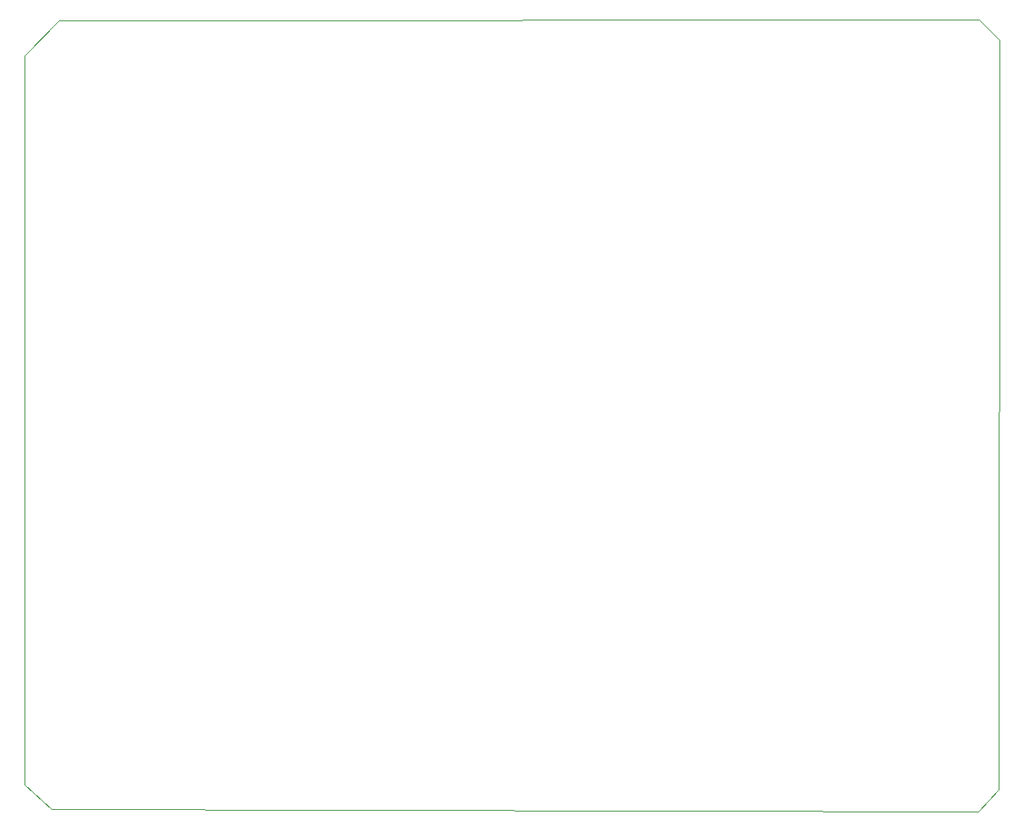
<source format=gm1>
%TF.GenerationSoftware,KiCad,Pcbnew,9.0.0*%
%TF.CreationDate,2026-01-24T21:54:58+01:00*%
%TF.ProjectId,MashMachine V2.0,4d617368-4d61-4636-9869-6e652056322e,rev?*%
%TF.SameCoordinates,Original*%
%TF.FileFunction,Profile,NP*%
%FSLAX46Y46*%
G04 Gerber Fmt 4.6, Leading zero omitted, Abs format (unit mm)*
G04 Created by KiCad (PCBNEW 9.0.0) date 2026-01-24 21:54:58*
%MOMM*%
%LPD*%
G01*
G04 APERTURE LIST*
%TA.AperFunction,Profile*%
%ADD10C,0.050000*%
%TD*%
G04 APERTURE END LIST*
D10*
X201449755Y-56720555D02*
X201398058Y-134317584D01*
X199271744Y-136652360D01*
X103378000Y-136398000D01*
X100558600Y-133860542D01*
X100558600Y-58293462D01*
X104063469Y-54661143D01*
X199338926Y-54609726D01*
X201449755Y-56720555D01*
M02*

</source>
